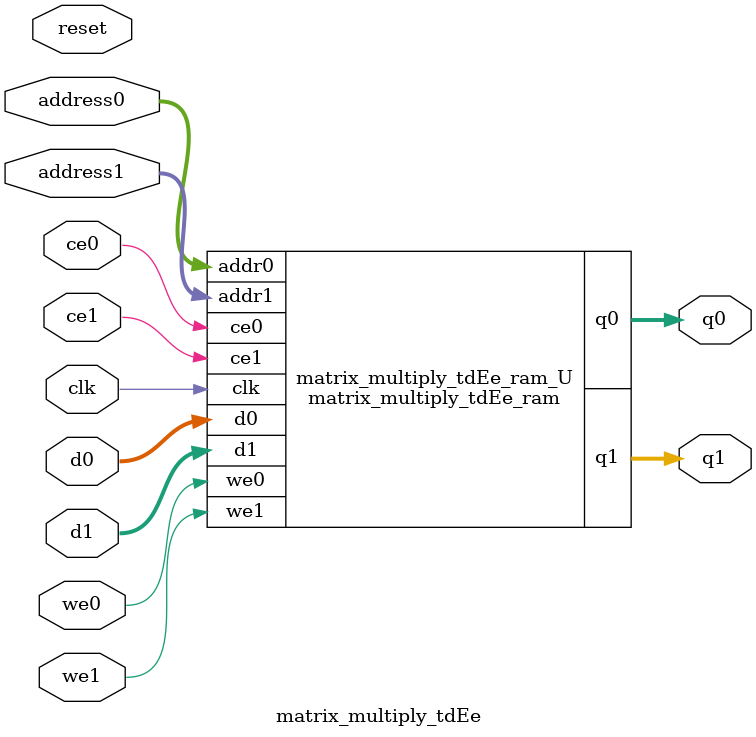
<source format=v>
`timescale 1 ns / 1 ps
module matrix_multiply_tdEe_ram (addr0, ce0, d0, we0, q0, addr1, ce1, d1, we1, q1,  clk);

parameter DWIDTH = 32;
parameter AWIDTH = 4;
parameter MEM_SIZE = 9;

input[AWIDTH-1:0] addr0;
input ce0;
input[DWIDTH-1:0] d0;
input we0;
output reg[DWIDTH-1:0] q0;
input[AWIDTH-1:0] addr1;
input ce1;
input[DWIDTH-1:0] d1;
input we1;
output reg[DWIDTH-1:0] q1;
input clk;

(* ram_style = "block" *)reg [DWIDTH-1:0] ram[0:MEM_SIZE-1];




always @(posedge clk)  
begin 
    if (ce0) 
    begin
        if (we0) 
        begin 
            ram[addr0] <= d0; 
        end 
        q0 <= ram[addr0];
    end
end


always @(posedge clk)  
begin 
    if (ce1) 
    begin
        if (we1) 
        begin 
            ram[addr1] <= d1; 
        end 
        q1 <= ram[addr1];
    end
end


endmodule

`timescale 1 ns / 1 ps
module matrix_multiply_tdEe(
    reset,
    clk,
    address0,
    ce0,
    we0,
    d0,
    q0,
    address1,
    ce1,
    we1,
    d1,
    q1);

parameter DataWidth = 32'd32;
parameter AddressRange = 32'd9;
parameter AddressWidth = 32'd4;
input reset;
input clk;
input[AddressWidth - 1:0] address0;
input ce0;
input we0;
input[DataWidth - 1:0] d0;
output[DataWidth - 1:0] q0;
input[AddressWidth - 1:0] address1;
input ce1;
input we1;
input[DataWidth - 1:0] d1;
output[DataWidth - 1:0] q1;



matrix_multiply_tdEe_ram matrix_multiply_tdEe_ram_U(
    .clk( clk ),
    .addr0( address0 ),
    .ce0( ce0 ),
    .we0( we0 ),
    .d0( d0 ),
    .q0( q0 ),
    .addr1( address1 ),
    .ce1( ce1 ),
    .we1( we1 ),
    .d1( d1 ),
    .q1( q1 ));

endmodule


</source>
